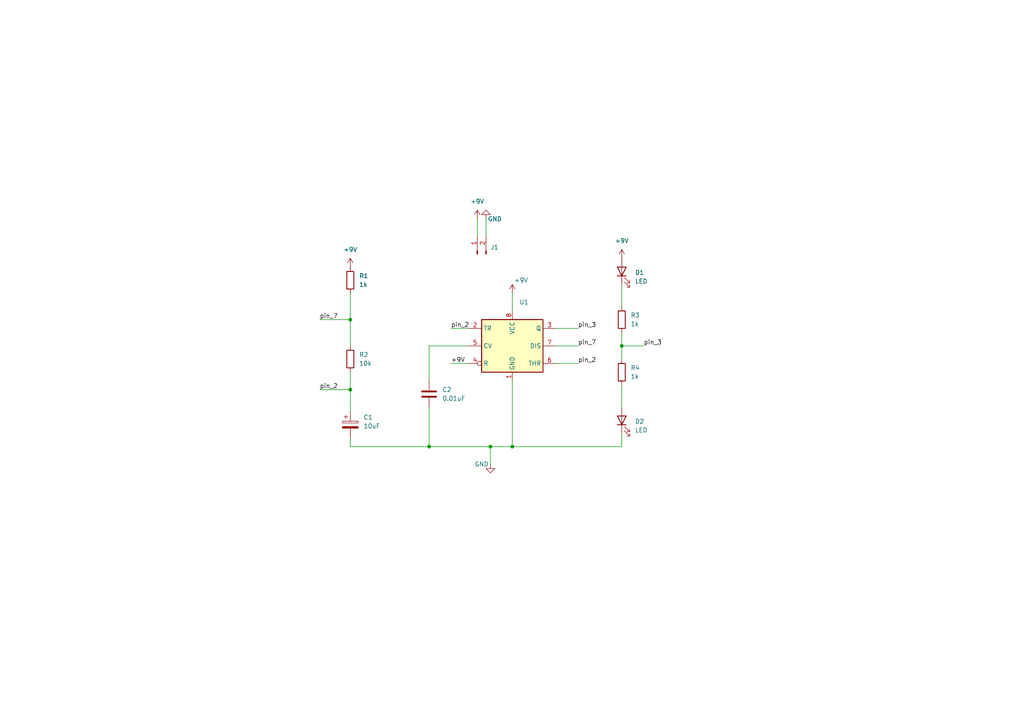
<source format=kicad_sch>
(kicad_sch (version 20211123) (generator eeschema)
  (paper "A4")
  (lib_symbols
    (symbol "Connector:Conn_01x02_Male" (pin_names (offset 1.016) hide)
      (property "Reference" "J" (at 0 2.54 0))
      (property "Value" "Conn_01x02_Male" (at 0 -5.08 0))
      (symbol "Conn_01x02_Male_1_1"
        (polyline (pts (xy 1.27 -2.54) (xy 0.8636 -2.54)) (stroke (width 0.1524)))
        (polyline (pts (xy 1.27 0) (xy 0.8636 0)) (stroke (width 0.1524)))
        (rectangle (start 0.8636 -2.413) (end 0 -2.667) (stroke (width 0.1524)) (fill (type outline)))
        (rectangle (start 0.8636 0.127) (end 0 -0.127) (stroke (width 0.1524)) (fill (type outline)))
        (pin passive line (at 5.08 0 180) (length 3.81) (name "Pin_1") (number "1"))
        (pin passive line (at 5.08 -2.54 180) (length 3.81) (name "Pin_2") (number "2"))
      )
    )
    (symbol "Device:C" (pin_numbers hide) (pin_names (offset 0.254))
      (property "Reference" "C" (at 0.635 2.54 0))
      (property "Value" "C" (at 0.635 -2.54 0))
      (symbol "C_0_1"
        (polyline (pts (xy -2.032 -0.762) (xy 2.032 -0.762)) (stroke (width 0.508)))
        (polyline (pts (xy -2.032 0.762) (xy 2.032 0.762)) (stroke (width 0.508)))
      )
      (symbol "C_1_1"
        (pin passive line (at 0 3.81 270) (length 2.794) (name "~") (number "1"))
        (pin passive line (at 0 -3.81 90) (length 2.794) (name "~") (number "2"))
      )
    )
    (symbol "Device:C_Polarized" (pin_numbers hide) (pin_names (offset 0.254))
      (property "Reference" "C" (at 0.635 2.54 0))
      (property "Value" "C_Polarized" (at 0.635 -2.54 0))
      (symbol "C_Polarized_0_1"
        (rectangle (start -2.286 0.508) (end 2.286 1.016))
        (polyline (pts (xy -1.778 2.286) (xy -0.762 2.286)))
        (polyline (pts (xy -1.27 2.794) (xy -1.27 1.778)))
        (rectangle (start 2.286 -0.508) (end -2.286 -1.016) (fill (type outline)))
      )
      (symbol "C_Polarized_1_1"
        (pin passive line (at 0 3.81 270) (length 2.794) (name "~") (number "1"))
        (pin passive line (at 0 -3.81 90) (length 2.794) (name "~") (number "2"))
      )
    )
    (symbol "Device:LED" (pin_numbers hide) (pin_names (offset 1.016) hide)
      (property "Reference" "D" (at 0 2.54 0))
      (property "Value" "LED" (at 0 -2.54 0))
      (symbol "LED_0_1"
        (polyline (pts (xy -1.27 -1.27) (xy -1.27 1.27)) (stroke (width 0.254)))
        (polyline (pts (xy -1.27 0) (xy 1.27 0)))
        (polyline (pts (xy 1.27 -1.27) (xy 1.27 1.27) (xy -1.27 0) (xy 1.27 -1.27)) (stroke (width 0.254)))
        (polyline (pts (xy -3.048 -0.762) (xy -4.572 -2.286) (xy -3.81 -2.286) (xy -4.572 -2.286) (xy -4.572 -1.524)))
        (polyline (pts (xy -1.778 -0.762) (xy -3.302 -2.286) (xy -2.54 -2.286) (xy -3.302 -2.286) (xy -3.302 -1.524)))
      )
      (symbol "LED_1_1"
        (pin passive line (at -3.81 0 0) (length 2.54) (name "K") (number "1"))
        (pin passive line (at 3.81 0 180) (length 2.54) (name "A") (number "2"))
      )
    )
    (symbol "Device:R" (pin_numbers hide) (pin_names (offset 0))
      (property "Reference" "R" (at 2.032 0 90))
      (property "Value" "R" (at 0 0 90))
      (symbol "R_0_1"
        (rectangle (start -1.016 -2.54) (end 1.016 2.54) (stroke (width 0.254)))
      )
      (symbol "R_1_1"
        (pin passive line (at 0 3.81 270) (length 1.27) (name "~") (number "1"))
        (pin passive line (at 0 -3.81 90) (length 1.27) (name "~") (number "2"))
      )
    )
    (symbol "Timer:NE555D"
      (property "Reference" "U" (at -10.16 8.89 0))
      (property "Value" "NE555D" (at 2.54 8.89 0))
      (symbol "NE555D_0_0"
        (pin power_in line (at 0 -10.16 90) (length 2.54) (name "GND") (number "1"))
        (pin power_in line (at 0 10.16 270) (length 2.54) (name "VCC") (number "8"))
      )
      (symbol "NE555D_0_1"
        (rectangle (start -8.89 -7.62) (end 8.89 7.62) (stroke (width 0.254)) (fill (type background)))
        (rectangle (start -8.89 -7.62) (end 8.89 7.62) (stroke (width 0.254)) (fill (type background)))
      )
      (symbol "NE555D_1_1"
        (pin input line (at -12.7 5.08 0) (length 3.81) (name "TR") (number "2"))
        (pin output line (at 12.7 5.08 180) (length 3.81) (name "Q") (number "3"))
        (pin input inverted (at -12.7 -5.08 0) (length 3.81) (name "R") (number "4"))
        (pin input line (at -12.7 0 0) (length 3.81) (name "CV") (number "5"))
        (pin input line (at 12.7 -5.08 180) (length 3.81) (name "THR") (number "6"))
        (pin input line (at 12.7 0 180) (length 3.81) (name "DIS") (number "7"))
      )
    )
    (symbol "power:+9V" (power) (pin_names (offset 0))
      (property "Value" "+9V" (at 0 3.556 0))
      (symbol "+9V_0_1"
        (polyline (pts (xy -0.762 1.27) (xy 0 2.54)))
        (polyline (pts (xy 0 0) (xy 0 2.54)))
        (polyline (pts (xy 0 2.54) (xy 0.762 1.27)))
      )
      (symbol "+9V_1_1"
        (pin power_in line (at 0 0 90) (length 0) hide (name "+9V") (number "1"))
      )
    )
    (symbol "power:GND" (power) (pin_names (offset 0))
      (property "Value" "GND" (at 0 -3.81 0))
      (symbol "GND_0_1"
        (polyline (pts (xy 0 0) (xy 0 -1.27) (xy 1.27 -1.27) (xy 0 -2.54) (xy -1.27 -1.27) (xy 0 -1.27)))
      )
      (symbol "GND_1_1"
        (pin power_in line (at 0 0 270) (length 0) hide (name "GND") (number "1"))
      )
    )
  )
  (junction (at 101.6 92.71))
  (junction (at 124.46 129.54))
  (junction (at 148.59 129.54))
  (junction (at 101.6 113.03))
  (junction (at 142.24 129.54))
  (junction (at 180.34 100.33))
  (wire (pts (xy 142.24 129.54) (xy 142.24 134.62)))
  (wire (pts (xy 180.34 82.55) (xy 180.34 88.9)))
  (wire (pts (xy 101.6 129.54) (xy 124.46 129.54)))
  (wire (pts (xy 124.46 110.49) (xy 124.46 100.33)))
  (wire (pts (xy 101.6 85.09) (xy 101.6 92.71)))
  (wire (pts (xy 92.71 113.03) (xy 101.6 113.03)))
  (wire (pts (xy 161.29 100.33) (xy 167.64 100.33)))
  (wire (pts (xy 180.34 100.33) (xy 186.69 100.33)))
  (wire (pts (xy 130.81 105.41) (xy 135.89 105.41)))
  (wire (pts (xy 180.34 125.73) (xy 180.34 129.54)))
  (wire (pts (xy 130.81 95.25) (xy 135.89 95.25)))
  (wire (pts (xy 101.6 107.95) (xy 101.6 113.03)))
  (wire (pts (xy 142.24 129.54) (xy 148.59 129.54)))
  (wire (pts (xy 148.59 85.09) (xy 148.59 90.17)))
  (wire (pts (xy 180.34 111.76) (xy 180.34 118.11)))
  (wire (pts (xy 124.46 100.33) (xy 135.89 100.33)))
  (wire (pts (xy 148.59 129.54) (xy 180.34 129.54)))
  (wire (pts (xy 140.97 63.5) (xy 140.97 68.58)))
  (wire (pts (xy 92.71 92.71) (xy 101.6 92.71)))
  (wire (pts (xy 161.29 105.41) (xy 167.64 105.41)))
  (wire (pts (xy 180.34 96.52) (xy 180.34 100.33)))
  (wire (pts (xy 180.34 100.33) (xy 180.34 104.14)))
  (wire (pts (xy 148.59 110.49) (xy 148.59 129.54)))
  (wire (pts (xy 161.29 95.25) (xy 167.64 95.25)))
  (wire (pts (xy 101.6 113.03) (xy 101.6 119.38)))
  (wire (pts (xy 101.6 92.71) (xy 101.6 100.33)))
  (wire (pts (xy 124.46 129.54) (xy 142.24 129.54)))
  (wire (pts (xy 138.43 63.5) (xy 138.43 68.58)))
  (wire (pts (xy 124.46 118.11) (xy 124.46 129.54)))
  (wire (pts (xy 101.6 127) (xy 101.6 129.54)))
  (label "pin_2" (at 167.64 105.41 0))
  (label "pin_7" (at 92.71 92.71 0))
  (label "pin_2" (at 92.71 113.03 0))
  (label "pin_7" (at 167.64 100.33 0))
  (label "+9V" (at 130.81 105.41 0))
  (label "pin_3" (at 186.69 100.33 0))
  (label "pin_3" (at 167.64 95.25 0))
  (label "pin_2" (at 130.81 95.25 0))
  (symbol (lib_id "power:GND") (at 140.97 63.5 180) (unit 1)
    (property "Reference" "#PWR02" (effects hide))
    (property "Value" "GND" (at 143.51 63.5 0))
  )
  (symbol (lib_id "power:+9V") (at 180.34 74.93 0) (unit 1)
    (property "Reference" "#PWR03" (effects hide))
    (property "Value" "+9V" (at 180.34 69.85 0))
  )
  (symbol (lib_id "power:+9V") (at 138.43 63.5 0) (unit 1)
    (property "Reference" "#PWR01" (effects hide))
    (property "Value" "+9V" (at 138.43 58.42 0))
  )
  (symbol (lib_id "Device:C_Polarized") (at 101.6 123.19 0) (unit 1)
    (property "Reference" "C1" (at 105.41 121.0309 0) (effects (justify left)))
    (property "Value" "10uF" (at 105.41 123.5709 0) (effects (justify left)))
    (property "Footprint" "Capacitor_Tantalum_SMD:CP_EIA-3216-18_Kemet-A_Pad1.58x1.35mm_HandSolder" (effects hide))
  )
  (symbol (lib_id "Device:C") (at 124.46 114.3 0) (unit 1)
    (property "Reference" "C2" (at 128.27 113.0299 0) (effects (justify left)))
    (property "Value" "0.01uF" (at 128.27 115.5699 0) (effects (justify left)))
    (property "Footprint" "Capacitor_SMD:C_0805_2012Metric_Pad1.18x1.45mm_HandSolder" (effects hide))
  )
  (symbol (lib_id "power:GND") (at 142.24 134.62 0) (unit 1)
    (property "Reference" "#PWR06" (effects hide))
    (property "Value" "GND" (at 139.7 134.62 0))
  )
  (symbol (lib_id "Device:LED") (at 180.34 78.74 90) (unit 1)
    (property "Reference" "D1" (at 184.15 79.0574 90) (effects (justify right)))
    (property "Value" "LED" (at 184.15 81.5974 90) (effects (justify right)))
    (property "Footprint" "LED_SMD:LED_1206_3216Metric_Pad1.42x1.75mm_HandSolder" (effects hide))
  )
  (symbol (lib_id "Device:R") (at 180.34 92.71 0) (unit 1)
    (property "Reference" "R3" (at 182.88 91.4399 0) (effects (justify left)))
    (property "Value" "1k" (at 182.88 93.9799 0) (effects (justify left)))
    (property "Footprint" "Resistor_SMD:R_0805_2012Metric_Pad1.20x1.40mm_HandSolder" (effects hide))
  )
  (symbol (lib_id "power:+9V") (at 101.6 77.47 0) (unit 1)
    (property "Reference" "#PWR04" (effects hide))
    (property "Value" "+9V" (at 101.6 72.39 0))
  )
  (symbol (lib_id "Device:R") (at 101.6 104.14 0) (unit 1)
    (property "Reference" "R2" (at 104.14 102.8699 0) (effects (justify left)))
    (property "Value" "10k" (at 104.14 105.4099 0) (effects (justify left)))
    (property "Footprint" "Resistor_SMD:R_0805_2012Metric_Pad1.20x1.40mm_HandSolder" (effects hide))
  )
  (symbol (lib_id "Timer:NE555D") (at 148.59 100.33 0) (unit 1)
    (property "Reference" "U1" (at 150.6094 87.63 0) (effects (justify left)))
    (property "Value" " " (at 150.6094 90.17 0) (effects (justify left)))
    (property "Footprint" "Package_SO:SOIC-8-1EP_3.9x4.9mm_P1.27mm_EP2.29x3mm" (effects hide))
    (property "Datasheet" "http://www.ti.com/lit/ds/symlink/ne555.pdf" (effects hide))
  )
  (symbol (lib_id "Device:R") (at 180.34 107.95 0) (unit 1)
    (property "Reference" "R4" (at 182.88 106.6799 0) (effects (justify left)))
    (property "Value" "1k" (at 182.88 109.2199 0) (effects (justify left)))
    (property "Footprint" "Resistor_SMD:R_0805_2012Metric_Pad1.20x1.40mm_HandSolder" (effects hide))
  )
  (symbol (lib_id "Device:LED") (at 180.34 121.92 90) (unit 1)
    (property "Reference" "D2" (at 184.15 122.2374 90) (effects (justify right)))
    (property "Value" "LED" (at 184.15 124.7774 90) (effects (justify right)))
    (property "Footprint" "LED_SMD:LED_1206_3216Metric_Pad1.42x1.75mm_HandSolder" (effects hide))
  )
  (symbol (lib_id "power:+9V") (at 148.59 85.09 0) (unit 1)
    (property "Reference" "#PWR05" (effects hide))
    (property "Value" "+9V" (at 151.13 81.28 0))
  )
  (symbol (lib_id "Device:R") (at 101.6 81.28 0) (unit 1)
    (property "Reference" "R1" (at 104.14 80.0099 0) (effects (justify left)))
    (property "Value" "1k" (at 104.14 82.5499 0) (effects (justify left)))
    (property "Footprint" "Resistor_SMD:R_0805_2012Metric_Pad1.20x1.40mm_HandSolder" (effects hide))
  )
  (symbol (lib_id "Connector:Conn_01x02_Male") (at 138.43 73.66 90) (unit 1)
    (property "Reference" "J1" (at 142.24 71.7549 90) (effects (justify right)))
    (property "Value" " " (at 142.24 74.2949 90) (effects (justify right)))
    (property "Footprint" "TerminalBlock:TerminalBlock_bornier-2_P5.08mm" (effects hide))
  )
)
</source>
